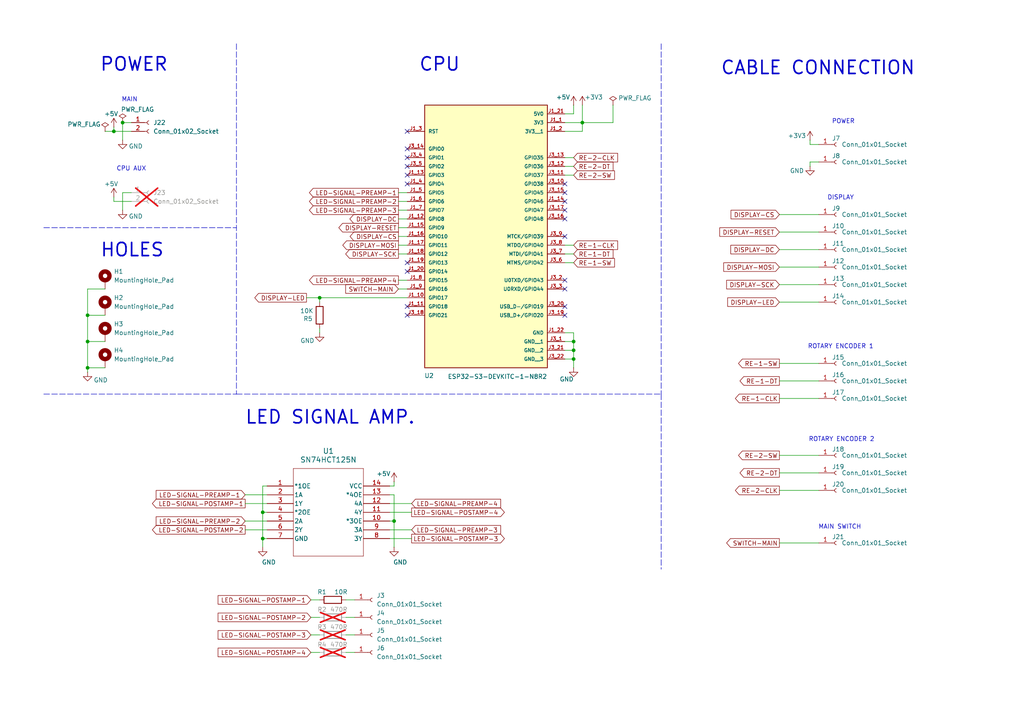
<source format=kicad_sch>
(kicad_sch (version 20250114) (generator "eeschema") (generator_version "9.0")
  (paper "A4")
  (lib_symbols
    (symbol "Connector:Conn_01x01_Socket" (pin_names (offset 1.016) (hide yes))
      (property "Reference" "J" (at 0 2.54 0))
      (property "Value" "Conn_01x01_Socket" (at 0 -2.54 0))
      (symbol "Conn_01x01_Socket_1_1"
        (polyline (pts (xy -1.27 0) (xy -0.508 0)) (stroke (width 0.1524)))
        (arc (start 0 -0.508) (mid -0.5058 0) (end 0 0.508) (stroke (width 0.1524)))
        (pin passive line (at -5.08 0 0) (length 3.81) (name "Pin_1") (number "1"))
      )
    )
    (symbol "Connector:Conn_01x02_Socket" (pin_names (offset 1.016) (hide yes))
      (property "Reference" "J" (at 0 2.54 0))
      (property "Value" "Conn_01x02_Socket" (at 0 -5.08 0))
      (symbol "Conn_01x02_Socket_1_1"
        (polyline (pts (xy -1.27 0) (xy -0.508 0)) (stroke (width 0.1524)))
        (polyline (pts (xy -1.27 -2.54) (xy -0.508 -2.54)) (stroke (width 0.1524)))
        (arc (start 0 -0.508) (mid -0.5058 0) (end 0 0.508) (stroke (width 0.1524)))
        (arc (start 0 -3.048) (mid -0.5058 -2.54) (end 0 -2.032) (stroke (width 0.1524)))
        (pin passive line (at -5.08 0 0) (length 3.81) (name "Pin_1") (number "1"))
        (pin passive line (at -5.08 -2.54 0) (length 3.81) (name "Pin_2") (number "2"))
      )
    )
    (symbol "Device:R" (pin_numbers (hide yes)) (pin_names (offset 0))
      (property "Reference" "R" (at 2.032 0 90))
      (property "Value" "R" (at 0 0 90))
      (symbol "R_0_1"
        (rectangle (start -1.016 -2.54) (end 1.016 2.54) (stroke (width 0.254)))
      )
      (symbol "R_1_1"
        (pin passive line (at 0 3.81 270) (length 1.27) (name "~") (number "1"))
        (pin passive line (at 0 -3.81 90) (length 1.27) (name "~") (number "2"))
      )
    )
    (symbol "KiCAD-DotaPie-symbols:ESP32-S3-DEVKITC-1-N8R2" (pin_names (offset 1.016))
      (property "Reference" "U" (at -17.78 35.56 0))
      (property "Value" "ESP32-S3-DEVKITC-1-N8R2" (at -17.78 -45.72 0))
      (symbol "ESP32-S3-DEVKITC-1-N8R2_0_0"
        (rectangle (start -17.78 33.02) (end 17.78 -43.18) (stroke (width 0.254)) (fill (type background)))
        (pin input line (at -22.86 25.4 0) (length 5.08) (name "RST") (number "J1_3"))
        (pin bidirectional line (at -22.86 20.32 0) (length 5.08) (name "GPIO0") (number "J3_14"))
        (pin bidirectional line (at -22.86 17.78 0) (length 5.08) (name "GPIO1") (number "J3_4"))
        (pin bidirectional line (at -22.86 15.24 0) (length 5.08) (name "GPIO2") (number "J3_5"))
        (pin bidirectional line (at -22.86 12.7 0) (length 5.08) (name "GPIO3") (number "J1_13"))
        (pin bidirectional line (at -22.86 10.16 0) (length 5.08) (name "GPIO4") (number "J1_4"))
        (pin bidirectional line (at -22.86 7.62 0) (length 5.08) (name "GPIO5") (number "J1_5"))
        (pin bidirectional line (at -22.86 5.08 0) (length 5.08) (name "GPIO6") (number "J1_6"))
        (pin bidirectional line (at -22.86 2.54 0) (length 5.08) (name "GPIO7") (number "J1_7"))
        (pin bidirectional line (at -22.86 0 0) (length 5.08) (name "GPIO8") (number "J1_12"))
        (pin bidirectional line (at -22.86 -2.54 0) (length 5.08) (name "GPIO9") (number "J1_15"))
        (pin bidirectional line (at -22.86 -5.08 0) (length 5.08) (name "GPIO10") (number "J1_16"))
        (pin bidirectional line (at -22.86 -7.62 0) (length 5.08) (name "GPIO11") (number "J1_17"))
        (pin bidirectional line (at -22.86 -10.16 0) (length 5.08) (name "GPIO12") (number "J1_18"))
        (pin bidirectional line (at -22.86 -12.7 0) (length 5.08) (name "GPIO13") (number "J1_19"))
        (pin bidirectional line (at -22.86 -15.24 0) (length 5.08) (name "GPIO14") (number "J1_20"))
        (pin bidirectional line (at -22.86 -17.78 0) (length 5.08) (name "GPIO15") (number "J1_8"))
        (pin bidirectional line (at -22.86 -20.32 0) (length 5.08) (name "GPIO16") (number "J1_9"))
        (pin bidirectional line (at -22.86 -22.86 0) (length 5.08) (name "GPIO17") (number "J1_10"))
        (pin bidirectional line (at -22.86 -25.4 0) (length 5.08) (name "GPIO18") (number "J1_11"))
        (pin bidirectional line (at -22.86 -27.94 0) (length 5.08) (name "GPIO21") (number "J3_18"))
        (pin power_in line (at 22.86 30.48 180) (length 5.08) (name "5V0") (number "J1_21"))
        (pin power_in line (at 22.86 27.94 180) (length 5.08) (name "3V3") (number "J1_1"))
        (pin power_in line (at 22.86 25.4 180) (length 5.08) (name "3V3__1") (number "J1_2"))
        (pin bidirectional line (at 22.86 17.78 180) (length 5.08) (name "GPIO35") (number "J3_13"))
        (pin bidirectional line (at 22.86 15.24 180) (length 5.08) (name "GPIO36") (number "J3_12"))
        (pin bidirectional line (at 22.86 12.7 180) (length 5.08) (name "GPIO37") (number "J3_11"))
        (pin bidirectional line (at 22.86 10.16 180) (length 5.08) (name "GPIO38") (number "J3_10"))
        (pin bidirectional line (at 22.86 7.62 180) (length 5.08) (name "GPIO45") (number "J3_15"))
        (pin bidirectional line (at 22.86 5.08 180) (length 5.08) (name "GPIO46") (number "J1_14"))
        (pin bidirectional line (at 22.86 2.54 180) (length 5.08) (name "GPIO47") (number "J3_17"))
        (pin bidirectional line (at 22.86 0 180) (length 5.08) (name "GPIO48") (number "J3_16"))
        (pin bidirectional line (at 22.86 -5.08 180) (length 5.08) (name "MTCK/GPIO39") (number "J3_9"))
        (pin bidirectional line (at 22.86 -7.62 180) (length 5.08) (name "MTDO/GPIO40") (number "J3_8"))
        (pin bidirectional line (at 22.86 -10.16 180) (length 5.08) (name "MTDI/GPIO41") (number "J3_7"))
        (pin bidirectional line (at 22.86 -12.7 180) (length 5.08) (name "MTMS/GPIO42") (number "J3_6"))
        (pin bidirectional line (at 22.86 -17.78 180) (length 5.08) (name "U0TXD/GPIO43") (number "J3_2"))
        (pin bidirectional line (at 22.86 -20.32 180) (length 5.08) (name "U0RXD/GPIO44") (number "J3_3"))
        (pin bidirectional line (at 22.86 -25.4 180) (length 5.08) (name "USB_D-/GPIO19") (number "J3_20"))
        (pin bidirectional line (at 22.86 -27.94 180) (length 5.08) (name "USB_D+/GPIO20") (number "J3_19"))
        (pin power_in line (at 22.86 -33.02 180) (length 5.08) (name "GND") (number "J1_22"))
        (pin power_in line (at 22.86 -35.56 180) (length 5.08) (name "GND__1") (number "J3_1"))
        (pin power_in line (at 22.86 -38.1 180) (length 5.08) (name "GND__2") (number "J3_21"))
        (pin power_in line (at 22.86 -40.64 180) (length 5.08) (name "GND__3") (number "J3_22"))
      )
    )
    (symbol "KiCAD-DotaPie-symbols:SN74HCT125N" (pin_names (offset 0.254))
      (property "Reference" "U" (at 30.48 10.16 0))
      (property "Value" "SN74HCT125N" (at 30.48 7.62 0))
      (symbol "SN74HCT125N_0_1"
        (polyline (pts (xy 20.32 5.08) (xy 20.32 -20.32)) (stroke (width 0.127)))
        (polyline (pts (xy 20.32 -20.32) (xy 40.64 -20.32)) (stroke (width 0.127)))
        (polyline (pts (xy 40.64 5.08) (xy 20.32 5.08)) (stroke (width 0.127)))
        (polyline (pts (xy 40.64 -20.32) (xy 40.64 5.08)) (stroke (width 0.127)))
        (pin input line (at 12.7 0 0) (length 7.62) (name "*1OE") (number "1"))
        (pin input line (at 12.7 -2.54 0) (length 7.62) (name "1A") (number "2"))
        (pin output line (at 12.7 -5.08 0) (length 7.62) (name "1Y") (number "3"))
        (pin input line (at 12.7 -7.62 0) (length 7.62) (name "*2OE") (number "4"))
        (pin input line (at 12.7 -10.16 0) (length 7.62) (name "2A") (number "5"))
        (pin output line (at 12.7 -12.7 0) (length 7.62) (name "2Y") (number "6"))
        (pin power_in line (at 12.7 -15.24 0) (length 7.62) (name "GND") (number "7"))
        (pin power_in line (at 48.26 0 180) (length 7.62) (name "VCC") (number "14"))
        (pin input line (at 48.26 -2.54 180) (length 7.62) (name "*4OE") (number "13"))
        (pin input line (at 48.26 -5.08 180) (length 7.62) (name "4A") (number "12"))
        (pin output line (at 48.26 -7.62 180) (length 7.62) (name "4Y") (number "11"))
        (pin input line (at 48.26 -10.16 180) (length 7.62) (name "*3OE") (number "10"))
        (pin input line (at 48.26 -12.7 180) (length 7.62) (name "3A") (number "9"))
        (pin output line (at 48.26 -15.24 180) (length 7.62) (name "3Y") (number "8"))
      )
    )
    (symbol "Mechanical:MountingHole_Pad" (pin_numbers (hide yes)) (pin_names (offset 1.016) (hide yes)) (in_bom no)
      (property "Reference" "H" (at 0 6.35 0))
      (property "Value" "MountingHole_Pad" (at 0 4.445 0))
      (symbol "MountingHole_Pad_0_1"
        (circle (center 0 1.27) (radius 1.27) (stroke (width 1.27)))
      )
      (symbol "MountingHole_Pad_1_1"
        (pin input line (at 0 -2.54 90) (length 2.54) (name "1") (number "1"))
      )
    )
    (symbol "power:+3V3" (power) (pin_numbers (hide yes)) (pin_names (offset 0) (hide yes))
      (property "Value" "+3V3" (at 0 3.556 0))
      (symbol "+3V3_0_1"
        (polyline (pts (xy -0.762 1.27) (xy 0 2.54)))
        (polyline (pts (xy 0 2.54) (xy 0.762 1.27)))
        (polyline (pts (xy 0 0) (xy 0 2.54)))
      )
      (symbol "+3V3_1_1"
        (pin power_in line (at 0 0 90) (length 0) (name "~") (number "1"))
      )
    )
    (symbol "power:+5V" (power) (pin_numbers (hide yes)) (pin_names (offset 0) (hide yes))
      (property "Value" "+5V" (at 0 3.556 0))
      (symbol "+5V_0_1"
        (polyline (pts (xy -0.762 1.27) (xy 0 2.54)))
        (polyline (pts (xy 0 2.54) (xy 0.762 1.27)))
        (polyline (pts (xy 0 0) (xy 0 2.54)))
      )
      (symbol "+5V_1_1"
        (pin power_in line (at 0 0 90) (length 0) (name "~") (number "1"))
      )
    )
    (symbol "power:GND" (power) (pin_numbers (hide yes)) (pin_names (offset 0) (hide yes))
      (property "Value" "GND" (at 0 -3.81 0))
      (symbol "GND_0_1"
        (polyline (pts (xy 0 0) (xy 0 -1.27) (xy 1.27 -1.27) (xy 0 -2.54) (xy -1.27 -1.27) (xy 0 -1.27)))
      )
      (symbol "GND_1_1"
        (pin power_in line (at 0 0 270) (length 0) (name "~") (number "1"))
      )
    )
    (symbol "power:PWR_FLAG" (power) (pin_numbers (hide yes)) (pin_names (offset 0) (hide yes))
      (property "Value" "PWR_FLAG" (at 0 3.81 0))
      (symbol "PWR_FLAG_0_0"
        (pin power_out line (at 0 0 90) (length 0) (name "~") (number "1"))
      )
      (symbol "PWR_FLAG_0_1"
        (polyline (pts (xy 0 0) (xy 0 1.27) (xy -1.016 1.905) (xy 0 2.54) (xy 1.016 1.905) (xy 0 1.27)))
      )
    )
  )
  (text "CPU AUX" (at 38.1 49.022 0) (effects (font (size 1.27 1.27))))
  (text "POWER" (at 38.862 18.796 0) (effects (font (size 3.81 3.81) (thickness 0.4763))))
  (text "POWER" (at 244.602 35.306 0) (effects (font (size 1.27 1.27))))
  (text "CABLE CONNECTION" (at 237.236 19.812 0) (effects (font (size 3.81 3.81) (thickness 0.4763))))
  (text "CPU" (at 127.508 18.796 0) (effects (font (size 3.81 3.81) (thickness 0.4763))))
  (text "LED SIGNAL AMP." (at 95.758 121.158 0) (effects (font (size 3.81 3.81) (thickness 0.4763))))
  (text "ROTARY ENCODER 2\n" (at 244.094 127.508 0) (effects (font (size 1.27 1.27))))
  (text "MAIN" (at 37.592 28.956 0) (effects (font (size 1.27 1.27))))
  (text "DISPLAY" (at 243.84 57.404 0) (effects (font (size 1.27 1.27))))
  (text "MAIN SWITCH" (at 243.586 152.908 0) (effects (font (size 1.27 1.27))))
  (text "ROTARY ENCODER 1" (at 243.84 100.584 0) (effects (font (size 1.27 1.27))))
  (text "HOLES" (at 38.354 72.644 0) (effects (font (size 3.81 3.81) (thickness 0.4763))))
  (junction (at 166.37 104.14))
  (junction (at 25.4 106.68))
  (junction (at 166.37 101.6))
  (junction (at 25.4 91.44))
  (junction (at 76.2 148.59))
  (junction (at 168.91 35.56))
  (junction (at 166.37 99.06))
  (junction (at 92.71 86.36))
  (junction (at 76.2 156.21))
  (junction (at 33.02 38.1))
  (junction (at 114.3 151.13))
  (junction (at 25.4 99.06))
  (junction (at 35.56 35.56))
  (no_connect (at 163.83 55.88))
  (no_connect (at 118.11 50.8))
  (no_connect (at 163.83 83.82))
  (no_connect (at 163.83 81.28))
  (no_connect (at 118.11 78.74))
  (no_connect (at 118.11 88.9))
  (no_connect (at 118.11 45.72))
  (no_connect (at 118.11 48.26))
  (no_connect (at 118.11 38.1))
  (no_connect (at 163.83 88.9))
  (no_connect (at 163.83 58.42))
  (no_connect (at 118.11 53.34))
  (no_connect (at 163.83 60.96))
  (no_connect (at 118.11 91.44))
  (no_connect (at 118.11 43.18))
  (no_connect (at 118.11 76.2))
  (no_connect (at 163.83 68.58))
  (no_connect (at 163.83 63.5))
  (no_connect (at 163.83 91.44))
  (no_connect (at 163.83 53.34))
  (wire (pts (xy 115.57 73.66) (xy 118.11 73.66)))
  (wire (pts (xy 163.83 104.14) (xy 166.37 104.14)))
  (wire (pts (xy 163.83 73.66) (xy 166.37 73.66)))
  (wire (pts (xy 33.02 57.15) (xy 33.02 58.42)))
  (wire (pts (xy 234.95 46.99) (xy 237.49 46.99)))
  (wire (pts (xy 115.57 58.42) (xy 118.11 58.42)))
  (wire (pts (xy 92.71 86.36) (xy 92.71 87.63)))
  (wire (pts (xy 226.06 82.55) (xy 237.49 82.55)))
  (wire (pts (xy 35.56 35.56) (xy 38.1 35.56)))
  (wire (pts (xy 163.83 76.2) (xy 166.37 76.2)))
  (wire (pts (xy 33.02 38.1) (xy 38.1 38.1)))
  (wire (pts (xy 226.06 115.57) (xy 237.49 115.57)))
  (polyline (pts (xy 68.58 114.3) (xy 191.77 114.3)) (stroke (width 0) (type dash)))
  (wire (pts (xy 226.06 77.47) (xy 237.49 77.47)))
  (wire (pts (xy 166.37 30.48) (xy 166.37 33.02)))
  (wire (pts (xy 92.71 86.36) (xy 118.11 86.36)))
  (wire (pts (xy 113.03 148.59) (xy 119.38 148.59)))
  (wire (pts (xy 115.57 60.96) (xy 118.11 60.96)))
  (wire (pts (xy 76.2 140.97) (xy 77.47 140.97)))
  (wire (pts (xy 226.06 137.16) (xy 237.49 137.16)))
  (wire (pts (xy 113.03 143.51) (xy 114.3 143.51)))
  (wire (pts (xy 226.06 62.23) (xy 237.49 62.23)))
  (wire (pts (xy 90.17 179.07) (xy 92.71 179.07)))
  (wire (pts (xy 71.12 151.13) (xy 77.47 151.13)))
  (wire (pts (xy 234.95 41.91) (xy 237.49 41.91)))
  (wire (pts (xy 115.57 71.12) (xy 118.11 71.12)))
  (wire (pts (xy 115.57 83.82) (xy 118.11 83.82)))
  (wire (pts (xy 226.06 87.63) (xy 237.49 87.63)))
  (wire (pts (xy 100.33 184.15) (xy 102.87 184.15)))
  (wire (pts (xy 226.06 132.08) (xy 237.49 132.08)))
  (wire (pts (xy 113.03 153.67) (xy 119.38 153.67)))
  (wire (pts (xy 71.12 153.67) (xy 77.47 153.67)))
  (wire (pts (xy 25.4 106.68) (xy 25.4 107.95)))
  (wire (pts (xy 35.56 35.56) (xy 35.56 40.64)))
  (wire (pts (xy 234.95 46.99) (xy 234.95 48.26)))
  (wire (pts (xy 30.48 38.1) (xy 33.02 38.1)))
  (polyline (pts (xy 12.7 66.04) (xy 68.58 66.04)) (stroke (width 0) (type dash)))
  (wire (pts (xy 234.95 40.64) (xy 234.95 41.91)))
  (wire (pts (xy 90.17 173.99) (xy 92.71 173.99)))
  (wire (pts (xy 168.91 30.48) (xy 168.91 35.56)))
  (wire (pts (xy 163.83 48.26) (xy 166.37 48.26)))
  (wire (pts (xy 25.4 91.44) (xy 25.4 99.06)))
  (wire (pts (xy 168.91 35.56) (xy 177.8 35.56)))
  (wire (pts (xy 168.91 38.1) (xy 168.91 35.56)))
  (wire (pts (xy 71.12 146.05) (xy 77.47 146.05)))
  (wire (pts (xy 226.06 72.39) (xy 237.49 72.39)))
  (wire (pts (xy 33.02 58.42) (xy 38.1 58.42)))
  (wire (pts (xy 100.33 173.99) (xy 102.87 173.99)))
  (wire (pts (xy 163.83 33.02) (xy 166.37 33.02)))
  (wire (pts (xy 177.8 30.48) (xy 177.8 35.56)))
  (wire (pts (xy 76.2 156.21) (xy 76.2 158.75)))
  (wire (pts (xy 163.83 38.1) (xy 168.91 38.1)))
  (wire (pts (xy 35.56 55.88) (xy 38.1 55.88)))
  (wire (pts (xy 33.02 36.83) (xy 33.02 38.1)))
  (wire (pts (xy 30.48 83.82) (xy 25.4 83.82)))
  (wire (pts (xy 88.9 86.36) (xy 92.71 86.36)))
  (wire (pts (xy 114.3 139.7) (xy 114.3 140.97)))
  (wire (pts (xy 115.57 55.88) (xy 118.11 55.88)))
  (wire (pts (xy 25.4 99.06) (xy 25.4 106.68)))
  (wire (pts (xy 71.12 143.51) (xy 77.47 143.51)))
  (polyline (pts (xy 68.58 12.7) (xy 68.58 114.3)) (stroke (width 0) (type dash)))
  (wire (pts (xy 166.37 104.14) (xy 166.37 106.68)))
  (wire (pts (xy 76.2 148.59) (xy 76.2 156.21)))
  (wire (pts (xy 114.3 151.13) (xy 114.3 158.75)))
  (wire (pts (xy 163.83 50.8) (xy 166.37 50.8)))
  (wire (pts (xy 77.47 148.59) (xy 76.2 148.59)))
  (wire (pts (xy 113.03 146.05) (xy 119.38 146.05)))
  (wire (pts (xy 90.17 184.15) (xy 92.71 184.15)))
  (polyline (pts (xy 191.77 12.7) (xy 191.77 114.3)) (stroke (width 0) (type dash)))
  (wire (pts (xy 25.4 91.44) (xy 30.48 91.44)))
  (wire (pts (xy 226.06 105.41) (xy 237.49 105.41)))
  (wire (pts (xy 166.37 96.52) (xy 166.37 99.06)))
  (wire (pts (xy 76.2 140.97) (xy 76.2 148.59)))
  (wire (pts (xy 25.4 83.82) (xy 25.4 91.44)))
  (wire (pts (xy 100.33 179.07) (xy 102.87 179.07)))
  (wire (pts (xy 163.83 35.56) (xy 168.91 35.56)))
  (wire (pts (xy 25.4 106.68) (xy 30.48 106.68)))
  (wire (pts (xy 163.83 96.52) (xy 166.37 96.52)))
  (wire (pts (xy 77.47 156.21) (xy 76.2 156.21)))
  (wire (pts (xy 166.37 101.6) (xy 166.37 104.14)))
  (wire (pts (xy 92.71 95.25) (xy 92.71 96.52)))
  (polyline (pts (xy 12.7 114.3) (xy 68.58 114.3)) (stroke (width 0) (type dash)))
  (wire (pts (xy 226.06 157.48) (xy 237.49 157.48)))
  (wire (pts (xy 163.83 101.6) (xy 166.37 101.6)))
  (wire (pts (xy 226.06 142.24) (xy 237.49 142.24)))
  (wire (pts (xy 226.06 67.31) (xy 237.49 67.31)))
  (wire (pts (xy 115.57 68.58) (xy 118.11 68.58)))
  (wire (pts (xy 226.06 110.49) (xy 237.49 110.49)))
  (wire (pts (xy 114.3 143.51) (xy 114.3 151.13)))
  (wire (pts (xy 115.57 81.28) (xy 118.11 81.28)))
  (polyline (pts (xy 191.77 114.3) (xy 191.77 165.1)) (stroke (width 0) (type dash)))
  (wire (pts (xy 113.03 156.21) (xy 119.38 156.21)))
  (wire (pts (xy 115.57 66.04) (xy 118.11 66.04)))
  (wire (pts (xy 114.3 140.97) (xy 113.03 140.97)))
  (wire (pts (xy 113.03 151.13) (xy 114.3 151.13)))
  (wire (pts (xy 90.17 189.23) (xy 92.71 189.23)))
  (wire (pts (xy 25.4 99.06) (xy 30.48 99.06)))
  (wire (pts (xy 163.83 71.12) (xy 166.37 71.12)))
  (wire (pts (xy 35.56 55.88) (xy 35.56 60.96)))
  (wire (pts (xy 163.83 45.72) (xy 166.37 45.72)))
  (wire (pts (xy 166.37 99.06) (xy 166.37 101.6)))
  (wire (pts (xy 115.57 63.5) (xy 118.11 63.5)))
  (wire (pts (xy 100.33 189.23) (xy 102.87 189.23)))
  (wire (pts (xy 163.83 99.06) (xy 166.37 99.06)))
  (global_label "DISPLAY-MOSI" (shape output) (at 115.57 71.12 180) (property "Intersheetrefs" "${INTERSHEET_REFS}" (effects (hide yes))))
  (global_label "LED-SIGNAL-PREAMP-3" (shape input) (at 119.38 153.67 0) (property "Intersheetrefs" "${INTERSHEET_REFS}" (effects (hide yes))))
  (global_label "RE-1-SW" (shape output) (at 226.06 105.41 180) (property "Intersheetrefs" "${INTERSHEET_REFS}" (effects (hide yes))))
  (global_label "LED-SIGNAL-PREAMP-4" (shape output) (at 115.57 81.28 180) (property "Intersheetrefs" "${INTERSHEET_REFS}" (effects (hide yes))))
  (global_label "LED-SIGNAL-PREAMP-4" (shape input) (at 119.38 146.05 0) (property "Intersheetrefs" "${INTERSHEET_REFS}" (effects (hide yes))))
  (global_label "RE-2-DT" (shape output) (at 226.06 137.16 180) (property "Intersheetrefs" "${INTERSHEET_REFS}" (effects (hide yes))))
  (global_label "LED-SIGNAL-POSTAMP-4" (shape input) (at 90.17 189.23 180) (property "Intersheetrefs" "${INTERSHEET_REFS}" (effects (hide yes))))
  (global_label "SWITCH-MAIN" (shape input) (at 115.57 83.82 180) (property "Intersheetrefs" "${INTERSHEET_REFS}" (effects (hide yes))))
  (global_label "RE-2-DT" (shape input) (at 166.37 48.26 0) (property "Intersheetrefs" "${INTERSHEET_REFS}" (effects (hide yes))))
  (global_label "RE-2-CLK" (shape input) (at 166.37 45.72 0) (property "Intersheetrefs" "${INTERSHEET_REFS}" (effects (hide yes))))
  (global_label "RE-1-SW" (shape input) (at 166.37 76.2 0) (property "Intersheetrefs" "${INTERSHEET_REFS}" (effects (hide yes))))
  (global_label "DISPLAY-LED" (shape output) (at 88.9 86.36 180) (property "Intersheetrefs" "${INTERSHEET_REFS}" (effects (hide yes))))
  (global_label "DISPLAY-LED" (shape input) (at 226.06 87.63 180) (property "Intersheetrefs" "${INTERSHEET_REFS}" (effects (hide yes))))
  (global_label "RE-1-DT" (shape output) (at 226.06 110.49 180) (property "Intersheetrefs" "${INTERSHEET_REFS}" (effects (hide yes))))
  (global_label "DISPLAY-CS" (shape output) (at 115.57 68.58 180) (property "Intersheetrefs" "${INTERSHEET_REFS}" (effects (hide yes))))
  (global_label "LED-SIGNAL-POSTAMP-2" (shape input) (at 90.17 179.07 180) (property "Intersheetrefs" "${INTERSHEET_REFS}" (effects (hide yes))))
  (global_label "DISPLAY-CS" (shape input) (at 226.06 62.23 180) (property "Intersheetrefs" "${INTERSHEET_REFS}" (effects (hide yes))))
  (global_label "LED-SIGNAL-POSTAMP-3" (shape input) (at 90.17 184.15 180) (property "Intersheetrefs" "${INTERSHEET_REFS}" (effects (hide yes))))
  (global_label "DISPLAY-DC" (shape output) (at 115.57 63.5 180) (property "Intersheetrefs" "${INTERSHEET_REFS}" (effects (hide yes))))
  (global_label "LED-SIGNAL-PREAMP-1" (shape input) (at 71.12 143.51 180) (property "Intersheetrefs" "${INTERSHEET_REFS}" (effects (hide yes))))
  (global_label "RE-1-CLK" (shape input) (at 166.37 71.12 0) (property "Intersheetrefs" "${INTERSHEET_REFS}" (effects (hide yes))))
  (global_label "LED-SIGNAL-PREAMP-2" (shape output) (at 115.57 58.42 180) (property "Intersheetrefs" "${INTERSHEET_REFS}" (effects (hide yes))))
  (global_label "LED-SIGNAL-POSTAMP-3" (shape output) (at 119.38 156.21 0) (property "Intersheetrefs" "${INTERSHEET_REFS}" (effects (hide yes))))
  (global_label "LED-SIGNAL-PREAMP-1" (shape output) (at 115.57 55.88 180) (property "Intersheetrefs" "${INTERSHEET_REFS}" (effects (hide yes))))
  (global_label "SWITCH-MAIN" (shape output) (at 226.06 157.48 180) (property "Intersheetrefs" "${INTERSHEET_REFS}" (effects (hide yes))))
  (global_label "RE-2-CLK" (shape output) (at 226.06 142.24 180) (property "Intersheetrefs" "${INTERSHEET_REFS}" (effects (hide yes))))
  (global_label "DISPLAY-RESET" (shape output) (at 115.57 66.04 180) (property "Intersheetrefs" "${INTERSHEET_REFS}" (effects (hide yes))))
  (global_label "RE-1-CLK" (shape output) (at 226.06 115.57 180) (property "Intersheetrefs" "${INTERSHEET_REFS}" (effects (hide yes))))
  (global_label "DISPLAY-SCK" (shape input) (at 226.06 82.55 180) (property "Intersheetrefs" "${INTERSHEET_REFS}" (effects (hide yes))))
  (global_label "LED-SIGNAL-PREAMP-2" (shape input) (at 71.12 151.13 180) (property "Intersheetrefs" "${INTERSHEET_REFS}" (effects (hide yes))))
  (global_label "LED-SIGNAL-POSTAMP-4" (shape output) (at 119.38 148.59 0) (property "Intersheetrefs" "${INTERSHEET_REFS}" (effects (hide yes))))
  (global_label "LED-SIGNAL-POSTAMP-1" (shape input) (at 90.17 173.99 180) (property "Intersheetrefs" "${INTERSHEET_REFS}" (effects (hide yes))))
  (global_label "RE-2-SW" (shape output) (at 226.06 132.08 180) (property "Intersheetrefs" "${INTERSHEET_REFS}" (effects (hide yes))))
  (global_label "RE-2-SW" (shape input) (at 166.37 50.8 0) (property "Intersheetrefs" "${INTERSHEET_REFS}" (effects (hide yes))))
  (global_label "DISPLAY-MOSI" (shape input) (at 226.06 77.47 180) (property "Intersheetrefs" "${INTERSHEET_REFS}" (effects (hide yes))))
  (global_label "DISPLAY-SCK" (shape output) (at 115.57 73.66 180) (property "Intersheetrefs" "${INTERSHEET_REFS}" (effects (hide yes))))
  (global_label "LED-SIGNAL-POSTAMP-1" (shape output) (at 71.12 146.05 180) (property "Intersheetrefs" "${INTERSHEET_REFS}" (effects (hide yes))))
  (global_label "DISPLAY-DC" (shape input) (at 226.06 72.39 180) (property "Intersheetrefs" "${INTERSHEET_REFS}" (effects (hide yes))))
  (global_label "RE-1-DT" (shape input) (at 166.37 73.66 0) (property "Intersheetrefs" "${INTERSHEET_REFS}" (effects (hide yes))))
  (global_label "LED-SIGNAL-PREAMP-3" (shape output) (at 115.57 60.96 180) (property "Intersheetrefs" "${INTERSHEET_REFS}" (effects (hide yes))))
  (global_label "LED-SIGNAL-POSTAMP-2" (shape output) (at 71.12 153.67 180) (property "Intersheetrefs" "${INTERSHEET_REFS}" (effects (hide yes))))
  (global_label "DISPLAY-RESET" (shape input) (at 226.06 67.31 180) (property "Intersheetrefs" "${INTERSHEET_REFS}" (effects (hide yes))))
  (symbol (lib_id "Mechanical:MountingHole_Pad") (at 30.48 104.14 0) (unit 1) (in_bom no)
    (property "Reference" "H4" (at 33.02 101.5999 0) (effects (justify left)))
    (property "Value" "MountingHole_Pad" (at 33.02 104.1399 0) (effects (justify left)))
    (property "Footprint" "MountingHole:MountingHole_3.2mm_M3_Pad_TopBottom" (effects (hide yes)))
    (property "Description" "Mounting Hole with connection" (effects (hide yes)))
  )
  (symbol (lib_id "power:GND") (at 166.37 106.68 0) (unit 1)
    (property "Reference" "#PWR03" (effects (hide yes)))
    (property "Value" "GND" (at 164.338 109.982 0))
    (property "Description" "Power symbol creates a global label with name \"GND\" , ground" (effects (hide yes)))
  )
  (symbol (lib_id "Connector:Conn_01x01_Socket") (at 242.57 67.31 0) (unit 1)
    (property "Reference" "J10" (at 241.3 65.532 0) (effects (justify left)))
    (property "Value" "Conn_01x01_Socket" (at 244.094 67.31 0) (effects (justify left)))
    (property "Footprint" "TestPoint:TestPoint_Keystone_5019_Miniature" (effects (hide yes)))
    (property "Description" "Generic connector, single row, 01x01, script generated" (effects (hide yes)))
  )
  (symbol (lib_id "Connector:Conn_01x01_Socket") (at 242.57 132.08 0) (unit 1)
    (property "Reference" "J18" (at 241.3 130.302 0) (effects (justify left)))
    (property "Value" "Conn_01x01_Socket" (at 244.094 132.08 0) (effects (justify left)))
    (property "Footprint" "TestPoint:TestPoint_Keystone_5019_Miniature" (effects (hide yes)))
    (property "Description" "Generic connector, single row, 01x01, script generated" (effects (hide yes)))
  )
  (symbol (lib_id "Connector:Conn_01x01_Socket") (at 242.57 142.24 0) (unit 1)
    (property "Reference" "J20" (at 241.3 140.462 0) (effects (justify left)))
    (property "Value" "Conn_01x01_Socket" (at 244.094 142.24 0) (effects (justify left)))
    (property "Footprint" "TestPoint:TestPoint_Keystone_5019_Miniature" (effects (hide yes)))
    (property "Description" "Generic connector, single row, 01x01, script generated" (effects (hide yes)))
  )
  (symbol (lib_id "Connector:Conn_01x01_Socket") (at 242.57 105.41 0) (unit 1)
    (property "Reference" "J15" (at 241.3 103.632 0) (effects (justify left)))
    (property "Value" "Conn_01x01_Socket" (at 244.094 105.41 0) (effects (justify left)))
    (property "Footprint" "TestPoint:TestPoint_Keystone_5019_Miniature" (effects (hide yes)))
    (property "Description" "Generic connector, single row, 01x01, script generated" (effects (hide yes)))
  )
  (symbol (lib_id "power:PWR_FLAG") (at 177.8 30.48 0) (unit 1)
    (property "Reference" "#FLG03" (effects (hide yes)))
    (property "Value" "PWR_FLAG" (at 184.15 28.448 0))
    (property "Description" "Special symbol for telling ERC where power comes from" (effects (hide yes)))
  )
  (symbol (lib_id "power:GND") (at 76.2 158.75 0) (unit 1)
    (property "Reference" "#PWR07" (effects (hide yes)))
    (property "Value" "GND" (at 77.978 163.068 0))
    (property "Description" "Power symbol creates a global label with name \"GND\" , ground" (effects (hide yes)))
  )
  (symbol (lib_id "power:+5V") (at 166.37 30.48 0) (unit 1)
    (property "Reference" "#PWR02" (effects (hide yes)))
    (property "Value" "+5V" (at 163.322 28.194 0))
    (property "Description" "Power symbol creates a global label with name \"+5V\"" (effects (hide yes)))
  )
  (symbol (lib_id "Connector:Conn_01x01_Socket") (at 242.57 77.47 0) (unit 1)
    (property "Reference" "J12" (at 241.3 75.692 0) (effects (justify left)))
    (property "Value" "Conn_01x01_Socket" (at 244.094 77.47 0) (effects (justify left)))
    (property "Footprint" "TestPoint:TestPoint_Keystone_5019_Miniature" (effects (hide yes)))
    (property "Description" "Generic connector, single row, 01x01, script generated" (effects (hide yes)))
  )
  (symbol (lib_id "Connector:Conn_01x01_Socket") (at 107.95 179.07 0) (unit 1)
    (property "Reference" "J4" (at 109.22 177.7999 0) (effects (justify left)))
    (property "Value" "Conn_01x01_Socket" (at 109.22 180.3399 0) (effects (justify left)))
    (property "Footprint" "TestPoint:TestPoint_Keystone_5019_Miniature" (effects (hide yes)))
    (property "Description" "Generic connector, single row, 01x01, script generated" (effects (hide yes)))
  )
  (symbol (lib_id "power:+3V3") (at 168.91 30.48 0) (unit 1)
    (property "Reference" "#PWR01" (effects (hide yes)))
    (property "Value" "+3V3" (at 172.212 28.194 0))
    (property "Description" "Power symbol creates a global label with name \"+3V3\"" (effects (hide yes)))
  )
  (symbol (lib_id "Connector:Conn_01x01_Socket") (at 242.57 41.91 0) (unit 1)
    (property "Reference" "J7" (at 241.3 40.132 0) (effects (justify left)))
    (property "Value" "Conn_01x01_Socket" (at 244.094 41.91 0) (effects (justify left)))
    (property "Footprint" "TestPoint:TestPoint_Keystone_5019_Miniature" (effects (hide yes)))
    (property "Description" "Generic connector, single row, 01x01, script generated" (effects (hide yes)))
  )
  (symbol (lib_id "Connector:Conn_01x01_Socket") (at 107.95 184.15 0) (unit 1)
    (property "Reference" "J5" (at 109.22 182.8799 0) (effects (justify left)))
    (property "Value" "Conn_01x01_Socket" (at 109.22 185.4199 0) (effects (justify left)))
    (property "Footprint" "TestPoint:TestPoint_Keystone_5019_Miniature" (effects (hide yes)))
    (property "Description" "Generic connector, single row, 01x01, script generated" (effects (hide yes)))
  )
  (symbol (lib_id "Connector:Conn_01x01_Socket") (at 107.95 189.23 0) (unit 1)
    (property "Reference" "J6" (at 109.22 187.9599 0) (effects (justify left)))
    (property "Value" "Conn_01x01_Socket" (at 109.22 190.4999 0) (effects (justify left)))
    (property "Footprint" "TestPoint:TestPoint_Keystone_5019_Miniature" (effects (hide yes)))
    (property "Description" "Generic connector, single row, 01x01, script generated" (effects (hide yes)))
  )
  (symbol (lib_id "KiCAD-DotaPie-symbols:ESP32-S3-DEVKITC-1-N8R2") (at 140.97 63.5 0) (unit 1)
    (property "Reference" "U2" (at 124.46 108.966 0))
    (property "Value" "ESP32-S3-DEVKITC-1-N8R2" (at 144.272 109.22 0))
    (property "Footprint" "KiCAD-DotaPie-footprints:XCVR_ESP32-S3-DEVKITC-1-N8R2" (effects (hide yes)))
    (property "PARTREV" "V1" (effects (hide yes)))
    (property "STANDARD" "Manufacturer Recommendations" (effects (hide yes)))
    (property "MANUFACTURER" "Espressif" (effects (hide yes)))
  )
  (symbol (lib_id "Connector:Conn_01x01_Socket") (at 242.57 46.99 0) (unit 1)
    (property "Reference" "J8" (at 241.3 45.212 0) (effects (justify left)))
    (property "Value" "Conn_01x01_Socket" (at 244.094 46.99 0) (effects (justify left)))
    (property "Footprint" "TestPoint:TestPoint_Keystone_5019_Miniature" (effects (hide yes)))
    (property "Description" "Generic connector, single row, 01x01, script generated" (effects (hide yes)))
  )
  (symbol (lib_id "Connector:Conn_01x01_Socket") (at 242.57 72.39 0) (unit 1)
    (property "Reference" "J11" (at 241.3 70.612 0) (effects (justify left)))
    (property "Value" "Conn_01x01_Socket" (at 244.094 72.39 0) (effects (justify left)))
    (property "Footprint" "TestPoint:TestPoint_Keystone_5019_Miniature" (effects (hide yes)))
    (property "Description" "Generic connector, single row, 01x01, script generated" (effects (hide yes)))
  )
  (symbol (lib_id "Connector:Conn_01x01_Socket") (at 242.57 115.57 0) (unit 1)
    (property "Reference" "J17" (at 241.3 113.792 0) (effects (justify left)))
    (property "Value" "Conn_01x01_Socket" (at 244.094 115.57 0) (effects (justify left)))
    (property "Footprint" "TestPoint:TestPoint_Keystone_5019_Miniature" (effects (hide yes)))
    (property "Description" "Generic connector, single row, 01x01, script generated" (effects (hide yes)))
  )
  (symbol (lib_id "Device:R") (at 96.52 173.99 90) (unit 1)
    (property "Reference" "R1" (at 94.742 171.704 90) (effects (justify left)))
    (property "Value" "10R" (at 100.838 171.704 90) (effects (justify left)))
    (property "Footprint" "Resistor_SMD:R_0805_2012Metric_Pad1.20x1.40mm_HandSolder" (effects (hide yes)))
    (property "Description" "Resistor" (effects (hide yes)))
  )
  (symbol (lib_id "power:GND") (at 114.3 158.75 0) (unit 1)
    (property "Reference" "#PWR06" (effects (hide yes)))
    (property "Value" "GND" (at 116.078 163.068 0))
    (property "Description" "Power symbol creates a global label with name \"GND\" , ground" (effects (hide yes)))
  )
  (symbol (lib_id "Mechanical:MountingHole_Pad") (at 30.48 81.28 0) (unit 1) (in_bom no)
    (property "Reference" "H1" (at 33.02 78.7399 0) (effects (justify left)))
    (property "Value" "MountingHole_Pad" (at 33.02 81.2799 0) (effects (justify left)))
    (property "Footprint" "MountingHole:MountingHole_3.2mm_M3_Pad_TopBottom" (effects (hide yes)))
    (property "Description" "Mounting Hole with connection" (effects (hide yes)))
  )
  (symbol (lib_id "power:GND") (at 92.71 96.52 0) (unit 1)
    (property "Reference" "#PWR011" (effects (hide yes)))
    (property "Value" "GND" (at 89.154 98.806 0))
    (property "Description" "Power symbol creates a global label with name \"GND\" , ground" (effects (hide yes)))
  )
  (symbol (lib_id "Device:R") (at 92.71 91.44 180) (unit 1)
    (property "Reference" "R5" (at 90.678 92.456 0) (effects (justify left)))
    (property "Value" "10K" (at 90.932 90.17 0) (effects (justify left)))
    (property "Footprint" "Resistor_SMD:R_0805_2012Metric_Pad1.20x1.40mm_HandSolder" (effects (hide yes)))
    (property "Description" "Resistor" (effects (hide yes)))
  )
  (symbol (lib_id "Connector:Conn_01x01_Socket") (at 242.57 157.48 0) (unit 1)
    (property "Reference" "J21" (at 241.3 155.702 0) (effects (justify left)))
    (property "Value" "Conn_01x01_Socket" (at 244.094 157.48 0) (effects (justify left)))
    (property "Footprint" "TestPoint:TestPoint_Keystone_5019_Miniature" (effects (hide yes)))
    (property "Description" "Generic connector, single row, 01x01, script generated" (effects (hide yes)))
  )
  (symbol (lib_id "power:+5V") (at 33.02 57.15 0) (unit 1)
    (property "Reference" "#PWR05" (effects (hide yes)))
    (property "Value" "+5V" (at 32.258 53.34 0))
    (property "Description" "Power symbol creates a global label with name \"+5V\"" (effects (hide yes)))
  )
  (symbol (lib_id "Device:R") (at 96.52 189.23 90) (unit 1) (dnp yes)
    (property "Reference" "R4" (at 94.742 186.944 90) (effects (justify left)))
    (property "Value" "470R" (at 100.838 186.944 90) (effects (justify left)))
    (property "Footprint" "Resistor_SMD:R_0805_2012Metric_Pad1.20x1.40mm_HandSolder" (effects (hide yes)))
    (property "Description" "Resistor" (effects (hide yes)))
  )
  (symbol (lib_id "power:GND") (at 35.56 40.64 0) (unit 1)
    (property "Reference" "#PWR013" (effects (hide yes)))
    (property "Value" "GND" (at 39.37 42.418 0))
    (property "Description" "Power symbol creates a global label with name \"GND\" , ground" (effects (hide yes)))
  )
  (symbol (lib_id "Connector:Conn_01x01_Socket") (at 242.57 87.63 0) (unit 1)
    (property "Reference" "J14" (at 241.3 85.852 0) (effects (justify left)))
    (property "Value" "Conn_01x01_Socket" (at 244.094 87.63 0) (effects (justify left)))
    (property "Footprint" "TestPoint:TestPoint_Keystone_5019_Miniature" (effects (hide yes)))
    (property "Description" "Generic connector, single row, 01x01, script generated" (effects (hide yes)))
  )
  (symbol (lib_id "Connector:Conn_01x01_Socket") (at 242.57 62.23 0) (unit 1)
    (property "Reference" "J9" (at 241.3 60.452 0) (effects (justify left)))
    (property "Value" "Conn_01x01_Socket" (at 244.094 62.23 0) (effects (justify left)))
    (property "Footprint" "TestPoint:TestPoint_Keystone_5019_Miniature" (effects (hide yes)))
    (property "Description" "Generic connector, single row, 01x01, script generated" (effects (hide yes)))
  )
  (symbol (lib_id "power:PWR_FLAG") (at 35.56 35.56 0) (unit 1)
    (property "Reference" "#FLG01" (effects (hide yes)))
    (property "Value" "PWR_FLAG" (at 39.878 31.75 0))
    (property "Description" "Special symbol for telling ERC where power comes from" (effects (hide yes)))
  )
  (symbol (lib_id "KiCAD-DotaPie-symbols:SN74HCT125N") (at 64.77 140.97 0) (unit 1)
    (property "Reference" "U1" (at 95.25 130.81 0) (effects (font (size 1.524 1.524))))
    (property "Value" "SN74HCT125N" (at 95.25 133.35 0) (effects (font (size 1.524 1.524))))
    (property "Footprint" "Package_SO:SO-14_3.9x8.65mm_P1.27mm" (effects (hide yes)))
    (property "Datasheet" "https://www.ti.com/lit/gpn/sn74hct125" (effects (hide yes)))
  )
  (symbol (lib_id "Connector:Conn_01x01_Socket") (at 242.57 110.49 0) (unit 1)
    (property "Reference" "J16" (at 241.3 108.712 0) (effects (justify left)))
    (property "Value" "Conn_01x01_Socket" (at 244.094 110.49 0) (effects (justify left)))
    (property "Footprint" "TestPoint:TestPoint_Keystone_5019_Miniature" (effects (hide yes)))
    (property "Description" "Generic connector, single row, 01x01, script generated" (effects (hide yes)))
  )
  (symbol (lib_id "power:GND") (at 234.95 48.26 0) (unit 1)
    (property "Reference" "#PWR010" (effects (hide yes)))
    (property "Value" "GND" (at 231.14 49.53 0))
    (property "Description" "Power symbol creates a global label with name \"GND\" , ground" (effects (hide yes)))
  )
  (symbol (lib_id "power:PWR_FLAG") (at 30.48 38.1 0) (unit 1)
    (property "Reference" "#FLG02" (effects (hide yes)))
    (property "Value" "PWR_FLAG" (at 24.384 36.068 0))
    (property "Description" "Special symbol for telling ERC where power comes from" (effects (hide yes)))
  )
  (symbol (lib_id "power:GND") (at 25.4 107.95 0) (unit 1)
    (property "Reference" "#PWR04" (effects (hide yes)))
    (property "Value" "GND" (at 29.21 110.236 0))
    (property "Description" "Power symbol creates a global label with name \"GND\" , ground" (effects (hide yes)))
  )
  (symbol (lib_id "Mechanical:MountingHole_Pad") (at 30.48 96.52 0) (unit 1) (in_bom no)
    (property "Reference" "H3" (at 33.02 93.9799 0) (effects (justify left)))
    (property "Value" "MountingHole_Pad" (at 33.02 96.5199 0) (effects (justify left)))
    (property "Footprint" "MountingHole:MountingHole_3.2mm_M3_Pad_TopBottom" (effects (hide yes)))
    (property "Description" "Mounting Hole with connection" (effects (hide yes)))
  )
  (symbol (lib_id "power:+5V") (at 114.3 139.7 0) (unit 1)
    (property "Reference" "#PWR08" (effects (hide yes)))
    (property "Value" "+5V" (at 111.252 137.414 0))
    (property "Description" "Power symbol creates a global label with name \"+5V\"" (effects (hide yes)))
  )
  (symbol (lib_id "power:+3V3") (at 234.95 40.64 0) (unit 1)
    (property "Reference" "#PWR09" (effects (hide yes)))
    (property "Value" "+3V3" (at 231.14 39.37 0))
    (property "Description" "Power symbol creates a global label with name \"+3V3\"" (effects (hide yes)))
  )
  (symbol (lib_id "Connector:Conn_01x01_Socket") (at 242.57 137.16 0) (unit 1)
    (property "Reference" "J19" (at 241.3 135.382 0) (effects (justify left)))
    (property "Value" "Conn_01x01_Socket" (at 244.094 137.16 0) (effects (justify left)))
    (property "Footprint" "TestPoint:TestPoint_Keystone_5019_Miniature" (effects (hide yes)))
    (property "Description" "Generic connector, single row, 01x01, script generated" (effects (hide yes)))
  )
  (symbol (lib_id "Connector:Conn_01x02_Socket") (at 43.18 55.88 0) (unit 1) (dnp yes)
    (property "Reference" "J23" (at 44.45 55.8799 0) (effects (justify left)))
    (property "Value" "Conn_01x02_Socket" (at 44.45 58.4199 0) (effects (justify left)))
    (property "Footprint" "Connector_Phoenix_MSTB:PhoenixContact_MSTBVA_2,5_2-G-5,08_1x02_P5.08mm_Vertical" (effects (hide yes)))
    (property "Description" "Generic connector, single row, 01x02, script generated" (effects (hide yes)))
  )
  (symbol (lib_id "Connector:Conn_01x02_Socket") (at 43.18 35.56 0) (unit 1)
    (property "Reference" "J22" (at 44.45 35.5599 0) (effects (justify left)))
    (property "Value" "Conn_01x02_Socket" (at 44.45 38.0999 0) (effects (justify left)))
    (property "Footprint" "Connector_Phoenix_MSTB:PhoenixContact_MSTBVA_2,5_2-G-5,08_1x02_P5.08mm_Vertical" (effects (hide yes)))
    (property "Description" "Generic connector, single row, 01x02, script generated" (effects (hide yes)))
  )
  (symbol (lib_id "Mechanical:MountingHole_Pad") (at 30.48 88.9 0) (unit 1) (in_bom no)
    (property "Reference" "H2" (at 33.02 86.3599 0) (effects (justify left)))
    (property "Value" "MountingHole_Pad" (at 33.02 88.8999 0) (effects (justify left)))
    (property "Footprint" "MountingHole:MountingHole_3.2mm_M3_Pad_TopBottom" (effects (hide yes)))
    (property "Description" "Mounting Hole with connection" (effects (hide yes)))
  )
  (symbol (lib_id "power:+5V") (at 33.02 36.83 0) (unit 1)
    (property "Reference" "#PWR012" (effects (hide yes)))
    (property "Value" "+5V" (at 32.258 33.02 0))
    (property "Description" "Power symbol creates a global label with name \"+5V\"" (effects (hide yes)))
  )
  (symbol (lib_id "power:GND") (at 35.56 60.96 0) (unit 1)
    (property "Reference" "#PWR014" (effects (hide yes)))
    (property "Value" "GND" (at 39.37 62.738 0))
    (property "Description" "Power symbol creates a global label with name \"GND\" , ground" (effects (hide yes)))
  )
  (symbol (lib_id "Connector:Conn_01x01_Socket") (at 242.57 82.55 0) (unit 1)
    (property "Reference" "J13" (at 241.3 80.772 0) (effects (justify left)))
    (property "Value" "Conn_01x01_Socket" (at 244.094 82.55 0) (effects (justify left)))
    (property "Footprint" "TestPoint:TestPoint_Keystone_5019_Miniature" (effects (hide yes)))
    (property "Description" "Generic connector, single row, 01x01, script generated" (effects (hide yes)))
  )
  (symbol (lib_id "Connector:Conn_01x01_Socket") (at 107.95 173.99 0) (unit 1)
    (property "Reference" "J3" (at 109.22 172.7199 0) (effects (justify left)))
    (property "Value" "Conn_01x01_Socket" (at 109.22 175.2599 0) (effects (justify left)))
    (property "Footprint" "TestPoint:TestPoint_Keystone_5019_Miniature" (effects (hide yes)))
    (property "Description" "Generic connector, single row, 01x01, script generated" (effects (hide yes)))
  )
  (symbol (lib_id "Device:R") (at 96.52 184.15 90) (unit 1) (dnp yes)
    (property "Reference" "R3" (at 94.742 181.864 90) (effects (justify left)))
    (property "Value" "470R" (at 100.838 181.864 90) (effects (justify left)))
    (property "Footprint" "Resistor_SMD:R_0805_2012Metric_Pad1.20x1.40mm_HandSolder" (effects (hide yes)))
    (property "Description" "Resistor" (effects (hide yes)))
  )
  (symbol (lib_id "Device:R") (at 96.52 179.07 90) (unit 1) (dnp yes)
    (property "Reference" "R2" (at 94.742 176.784 90) (effects (justify left)))
    (property "Value" "470R" (at 100.838 176.784 90) (effects (justify left)))
    (property "Footprint" "Resistor_SMD:R_0805_2012Metric_Pad1.20x1.40mm_HandSolder" (effects (hide yes)))
    (property "Description" "Resistor" (effects (hide yes)))
  )
)
</source>
